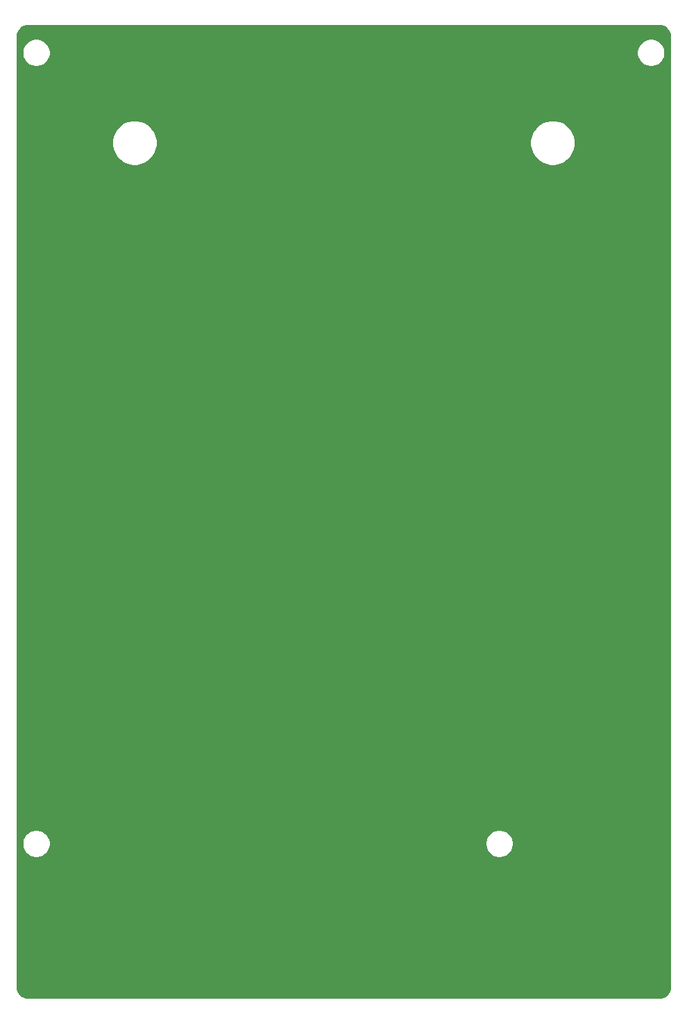
<source format=gbr>
%TF.GenerationSoftware,KiCad,Pcbnew,(5.1.10)-1*%
%TF.CreationDate,2021-11-22T22:47:00-06:00*%
%TF.ProjectId,PyKey18,50794b65-7931-4382-9e6b-696361645f70,1.0*%
%TF.SameCoordinates,Original*%
%TF.FileFunction,Copper,L2,Bot*%
%TF.FilePolarity,Positive*%
%FSLAX46Y46*%
G04 Gerber Fmt 4.6, Leading zero omitted, Abs format (unit mm)*
G04 Created by KiCad (PCBNEW (5.1.10)-1) date 2021-11-22 22:47:00*
%MOMM*%
%LPD*%
G01*
G04 APERTURE LIST*
%TA.AperFunction,NonConductor*%
%ADD10C,0.254000*%
%TD*%
%TA.AperFunction,NonConductor*%
%ADD11C,0.100000*%
%TD*%
G04 APERTURE END LIST*
D10*
X129249899Y-50737907D02*
X129490285Y-50810484D01*
X129711991Y-50928368D01*
X129906577Y-51087068D01*
X130066635Y-51280545D01*
X130186064Y-51501424D01*
X130260317Y-51741297D01*
X130290001Y-52023726D01*
X130290000Y-167965279D01*
X130262093Y-168249899D01*
X130189517Y-168490282D01*
X130071633Y-168711989D01*
X129912929Y-168906580D01*
X129719455Y-169066635D01*
X129498576Y-169186064D01*
X129258701Y-169260317D01*
X128976291Y-169290000D01*
X52034721Y-169290000D01*
X51750101Y-169262093D01*
X51509718Y-169189517D01*
X51288011Y-169071633D01*
X51093420Y-168912929D01*
X50933365Y-168719455D01*
X50813936Y-168498576D01*
X50739683Y-168258701D01*
X50710000Y-167976291D01*
X50710000Y-150329117D01*
X51265000Y-150329117D01*
X51265000Y-150670883D01*
X51331675Y-151006081D01*
X51462463Y-151321831D01*
X51652337Y-151605998D01*
X51894002Y-151847663D01*
X52178169Y-152037537D01*
X52493919Y-152168325D01*
X52829117Y-152235000D01*
X53170883Y-152235000D01*
X53506081Y-152168325D01*
X53821831Y-152037537D01*
X54105998Y-151847663D01*
X54347663Y-151605998D01*
X54537537Y-151321831D01*
X54668325Y-151006081D01*
X54735000Y-150670883D01*
X54735000Y-150329117D01*
X107765000Y-150329117D01*
X107765000Y-150670883D01*
X107831675Y-151006081D01*
X107962463Y-151321831D01*
X108152337Y-151605998D01*
X108394002Y-151847663D01*
X108678169Y-152037537D01*
X108993919Y-152168325D01*
X109329117Y-152235000D01*
X109670883Y-152235000D01*
X110006081Y-152168325D01*
X110321831Y-152037537D01*
X110605998Y-151847663D01*
X110847663Y-151605998D01*
X111037537Y-151321831D01*
X111168325Y-151006081D01*
X111235000Y-150670883D01*
X111235000Y-150329117D01*
X111168325Y-149993919D01*
X111037537Y-149678169D01*
X110847663Y-149394002D01*
X110605998Y-149152337D01*
X110321831Y-148962463D01*
X110006081Y-148831675D01*
X109670883Y-148765000D01*
X109329117Y-148765000D01*
X108993919Y-148831675D01*
X108678169Y-148962463D01*
X108394002Y-149152337D01*
X108152337Y-149394002D01*
X107962463Y-149678169D01*
X107831675Y-149993919D01*
X107765000Y-150329117D01*
X54735000Y-150329117D01*
X54668325Y-149993919D01*
X54537537Y-149678169D01*
X54347663Y-149394002D01*
X54105998Y-149152337D01*
X53821831Y-148962463D01*
X53506081Y-148831675D01*
X53170883Y-148765000D01*
X52829117Y-148765000D01*
X52493919Y-148831675D01*
X52178169Y-148962463D01*
X51894002Y-149152337D01*
X51652337Y-149394002D01*
X51462463Y-149678169D01*
X51331675Y-149993919D01*
X51265000Y-150329117D01*
X50710000Y-150329117D01*
X50710000Y-64725701D01*
X62215000Y-64725701D01*
X62215000Y-65274299D01*
X62322026Y-65812354D01*
X62531965Y-66319192D01*
X62836750Y-66775334D01*
X63224666Y-67163250D01*
X63680808Y-67468035D01*
X64187646Y-67677974D01*
X64725701Y-67785000D01*
X65274299Y-67785000D01*
X65812354Y-67677974D01*
X66319192Y-67468035D01*
X66775334Y-67163250D01*
X67163250Y-66775334D01*
X67468035Y-66319192D01*
X67677974Y-65812354D01*
X67785000Y-65274299D01*
X67785000Y-64725701D01*
X113215000Y-64725701D01*
X113215000Y-65274299D01*
X113322026Y-65812354D01*
X113531965Y-66319192D01*
X113836750Y-66775334D01*
X114224666Y-67163250D01*
X114680808Y-67468035D01*
X115187646Y-67677974D01*
X115725701Y-67785000D01*
X116274299Y-67785000D01*
X116812354Y-67677974D01*
X117319192Y-67468035D01*
X117775334Y-67163250D01*
X118163250Y-66775334D01*
X118468035Y-66319192D01*
X118677974Y-65812354D01*
X118785000Y-65274299D01*
X118785000Y-64725701D01*
X118677974Y-64187646D01*
X118468035Y-63680808D01*
X118163250Y-63224666D01*
X117775334Y-62836750D01*
X117319192Y-62531965D01*
X116812354Y-62322026D01*
X116274299Y-62215000D01*
X115725701Y-62215000D01*
X115187646Y-62322026D01*
X114680808Y-62531965D01*
X114224666Y-62836750D01*
X113836750Y-63224666D01*
X113531965Y-63680808D01*
X113322026Y-64187646D01*
X113215000Y-64725701D01*
X67785000Y-64725701D01*
X67677974Y-64187646D01*
X67468035Y-63680808D01*
X67163250Y-63224666D01*
X66775334Y-62836750D01*
X66319192Y-62531965D01*
X65812354Y-62322026D01*
X65274299Y-62215000D01*
X64725701Y-62215000D01*
X64187646Y-62322026D01*
X63680808Y-62531965D01*
X63224666Y-62836750D01*
X62836750Y-63224666D01*
X62531965Y-63680808D01*
X62322026Y-64187646D01*
X62215000Y-64725701D01*
X50710000Y-64725701D01*
X50710000Y-53829117D01*
X51265000Y-53829117D01*
X51265000Y-54170883D01*
X51331675Y-54506081D01*
X51462463Y-54821831D01*
X51652337Y-55105998D01*
X51894002Y-55347663D01*
X52178169Y-55537537D01*
X52493919Y-55668325D01*
X52829117Y-55735000D01*
X53170883Y-55735000D01*
X53506081Y-55668325D01*
X53821831Y-55537537D01*
X54105998Y-55347663D01*
X54347663Y-55105998D01*
X54537537Y-54821831D01*
X54668325Y-54506081D01*
X54735000Y-54170883D01*
X54735000Y-53829117D01*
X126265000Y-53829117D01*
X126265000Y-54170883D01*
X126331675Y-54506081D01*
X126462463Y-54821831D01*
X126652337Y-55105998D01*
X126894002Y-55347663D01*
X127178169Y-55537537D01*
X127493919Y-55668325D01*
X127829117Y-55735000D01*
X128170883Y-55735000D01*
X128506081Y-55668325D01*
X128821831Y-55537537D01*
X129105998Y-55347663D01*
X129347663Y-55105998D01*
X129537537Y-54821831D01*
X129668325Y-54506081D01*
X129735000Y-54170883D01*
X129735000Y-53829117D01*
X129668325Y-53493919D01*
X129537537Y-53178169D01*
X129347663Y-52894002D01*
X129105998Y-52652337D01*
X128821831Y-52462463D01*
X128506081Y-52331675D01*
X128170883Y-52265000D01*
X127829117Y-52265000D01*
X127493919Y-52331675D01*
X127178169Y-52462463D01*
X126894002Y-52652337D01*
X126652337Y-52894002D01*
X126462463Y-53178169D01*
X126331675Y-53493919D01*
X126265000Y-53829117D01*
X54735000Y-53829117D01*
X54668325Y-53493919D01*
X54537537Y-53178169D01*
X54347663Y-52894002D01*
X54105998Y-52652337D01*
X53821831Y-52462463D01*
X53506081Y-52331675D01*
X53170883Y-52265000D01*
X52829117Y-52265000D01*
X52493919Y-52331675D01*
X52178169Y-52462463D01*
X51894002Y-52652337D01*
X51652337Y-52894002D01*
X51462463Y-53178169D01*
X51331675Y-53493919D01*
X51265000Y-53829117D01*
X50710000Y-53829117D01*
X50710000Y-52034721D01*
X50737907Y-51750101D01*
X50810484Y-51509715D01*
X50928368Y-51288009D01*
X51087068Y-51093423D01*
X51280545Y-50933365D01*
X51501424Y-50813936D01*
X51741297Y-50739683D01*
X52023716Y-50710000D01*
X128965279Y-50710000D01*
X129249899Y-50737907D01*
%TA.AperFunction,NonConductor*%
D11*
G36*
X129249899Y-50737907D02*
G01*
X129490285Y-50810484D01*
X129711991Y-50928368D01*
X129906577Y-51087068D01*
X130066635Y-51280545D01*
X130186064Y-51501424D01*
X130260317Y-51741297D01*
X130290001Y-52023726D01*
X130290000Y-167965279D01*
X130262093Y-168249899D01*
X130189517Y-168490282D01*
X130071633Y-168711989D01*
X129912929Y-168906580D01*
X129719455Y-169066635D01*
X129498576Y-169186064D01*
X129258701Y-169260317D01*
X128976291Y-169290000D01*
X52034721Y-169290000D01*
X51750101Y-169262093D01*
X51509718Y-169189517D01*
X51288011Y-169071633D01*
X51093420Y-168912929D01*
X50933365Y-168719455D01*
X50813936Y-168498576D01*
X50739683Y-168258701D01*
X50710000Y-167976291D01*
X50710000Y-150329117D01*
X51265000Y-150329117D01*
X51265000Y-150670883D01*
X51331675Y-151006081D01*
X51462463Y-151321831D01*
X51652337Y-151605998D01*
X51894002Y-151847663D01*
X52178169Y-152037537D01*
X52493919Y-152168325D01*
X52829117Y-152235000D01*
X53170883Y-152235000D01*
X53506081Y-152168325D01*
X53821831Y-152037537D01*
X54105998Y-151847663D01*
X54347663Y-151605998D01*
X54537537Y-151321831D01*
X54668325Y-151006081D01*
X54735000Y-150670883D01*
X54735000Y-150329117D01*
X107765000Y-150329117D01*
X107765000Y-150670883D01*
X107831675Y-151006081D01*
X107962463Y-151321831D01*
X108152337Y-151605998D01*
X108394002Y-151847663D01*
X108678169Y-152037537D01*
X108993919Y-152168325D01*
X109329117Y-152235000D01*
X109670883Y-152235000D01*
X110006081Y-152168325D01*
X110321831Y-152037537D01*
X110605998Y-151847663D01*
X110847663Y-151605998D01*
X111037537Y-151321831D01*
X111168325Y-151006081D01*
X111235000Y-150670883D01*
X111235000Y-150329117D01*
X111168325Y-149993919D01*
X111037537Y-149678169D01*
X110847663Y-149394002D01*
X110605998Y-149152337D01*
X110321831Y-148962463D01*
X110006081Y-148831675D01*
X109670883Y-148765000D01*
X109329117Y-148765000D01*
X108993919Y-148831675D01*
X108678169Y-148962463D01*
X108394002Y-149152337D01*
X108152337Y-149394002D01*
X107962463Y-149678169D01*
X107831675Y-149993919D01*
X107765000Y-150329117D01*
X54735000Y-150329117D01*
X54668325Y-149993919D01*
X54537537Y-149678169D01*
X54347663Y-149394002D01*
X54105998Y-149152337D01*
X53821831Y-148962463D01*
X53506081Y-148831675D01*
X53170883Y-148765000D01*
X52829117Y-148765000D01*
X52493919Y-148831675D01*
X52178169Y-148962463D01*
X51894002Y-149152337D01*
X51652337Y-149394002D01*
X51462463Y-149678169D01*
X51331675Y-149993919D01*
X51265000Y-150329117D01*
X50710000Y-150329117D01*
X50710000Y-64725701D01*
X62215000Y-64725701D01*
X62215000Y-65274299D01*
X62322026Y-65812354D01*
X62531965Y-66319192D01*
X62836750Y-66775334D01*
X63224666Y-67163250D01*
X63680808Y-67468035D01*
X64187646Y-67677974D01*
X64725701Y-67785000D01*
X65274299Y-67785000D01*
X65812354Y-67677974D01*
X66319192Y-67468035D01*
X66775334Y-67163250D01*
X67163250Y-66775334D01*
X67468035Y-66319192D01*
X67677974Y-65812354D01*
X67785000Y-65274299D01*
X67785000Y-64725701D01*
X113215000Y-64725701D01*
X113215000Y-65274299D01*
X113322026Y-65812354D01*
X113531965Y-66319192D01*
X113836750Y-66775334D01*
X114224666Y-67163250D01*
X114680808Y-67468035D01*
X115187646Y-67677974D01*
X115725701Y-67785000D01*
X116274299Y-67785000D01*
X116812354Y-67677974D01*
X117319192Y-67468035D01*
X117775334Y-67163250D01*
X118163250Y-66775334D01*
X118468035Y-66319192D01*
X118677974Y-65812354D01*
X118785000Y-65274299D01*
X118785000Y-64725701D01*
X118677974Y-64187646D01*
X118468035Y-63680808D01*
X118163250Y-63224666D01*
X117775334Y-62836750D01*
X117319192Y-62531965D01*
X116812354Y-62322026D01*
X116274299Y-62215000D01*
X115725701Y-62215000D01*
X115187646Y-62322026D01*
X114680808Y-62531965D01*
X114224666Y-62836750D01*
X113836750Y-63224666D01*
X113531965Y-63680808D01*
X113322026Y-64187646D01*
X113215000Y-64725701D01*
X67785000Y-64725701D01*
X67677974Y-64187646D01*
X67468035Y-63680808D01*
X67163250Y-63224666D01*
X66775334Y-62836750D01*
X66319192Y-62531965D01*
X65812354Y-62322026D01*
X65274299Y-62215000D01*
X64725701Y-62215000D01*
X64187646Y-62322026D01*
X63680808Y-62531965D01*
X63224666Y-62836750D01*
X62836750Y-63224666D01*
X62531965Y-63680808D01*
X62322026Y-64187646D01*
X62215000Y-64725701D01*
X50710000Y-64725701D01*
X50710000Y-53829117D01*
X51265000Y-53829117D01*
X51265000Y-54170883D01*
X51331675Y-54506081D01*
X51462463Y-54821831D01*
X51652337Y-55105998D01*
X51894002Y-55347663D01*
X52178169Y-55537537D01*
X52493919Y-55668325D01*
X52829117Y-55735000D01*
X53170883Y-55735000D01*
X53506081Y-55668325D01*
X53821831Y-55537537D01*
X54105998Y-55347663D01*
X54347663Y-55105998D01*
X54537537Y-54821831D01*
X54668325Y-54506081D01*
X54735000Y-54170883D01*
X54735000Y-53829117D01*
X126265000Y-53829117D01*
X126265000Y-54170883D01*
X126331675Y-54506081D01*
X126462463Y-54821831D01*
X126652337Y-55105998D01*
X126894002Y-55347663D01*
X127178169Y-55537537D01*
X127493919Y-55668325D01*
X127829117Y-55735000D01*
X128170883Y-55735000D01*
X128506081Y-55668325D01*
X128821831Y-55537537D01*
X129105998Y-55347663D01*
X129347663Y-55105998D01*
X129537537Y-54821831D01*
X129668325Y-54506081D01*
X129735000Y-54170883D01*
X129735000Y-53829117D01*
X129668325Y-53493919D01*
X129537537Y-53178169D01*
X129347663Y-52894002D01*
X129105998Y-52652337D01*
X128821831Y-52462463D01*
X128506081Y-52331675D01*
X128170883Y-52265000D01*
X127829117Y-52265000D01*
X127493919Y-52331675D01*
X127178169Y-52462463D01*
X126894002Y-52652337D01*
X126652337Y-52894002D01*
X126462463Y-53178169D01*
X126331675Y-53493919D01*
X126265000Y-53829117D01*
X54735000Y-53829117D01*
X54668325Y-53493919D01*
X54537537Y-53178169D01*
X54347663Y-52894002D01*
X54105998Y-52652337D01*
X53821831Y-52462463D01*
X53506081Y-52331675D01*
X53170883Y-52265000D01*
X52829117Y-52265000D01*
X52493919Y-52331675D01*
X52178169Y-52462463D01*
X51894002Y-52652337D01*
X51652337Y-52894002D01*
X51462463Y-53178169D01*
X51331675Y-53493919D01*
X51265000Y-53829117D01*
X50710000Y-53829117D01*
X50710000Y-52034721D01*
X50737907Y-51750101D01*
X50810484Y-51509715D01*
X50928368Y-51288009D01*
X51087068Y-51093423D01*
X51280545Y-50933365D01*
X51501424Y-50813936D01*
X51741297Y-50739683D01*
X52023716Y-50710000D01*
X128965279Y-50710000D01*
X129249899Y-50737907D01*
G37*
%TD.AperFunction*%
M02*

</source>
